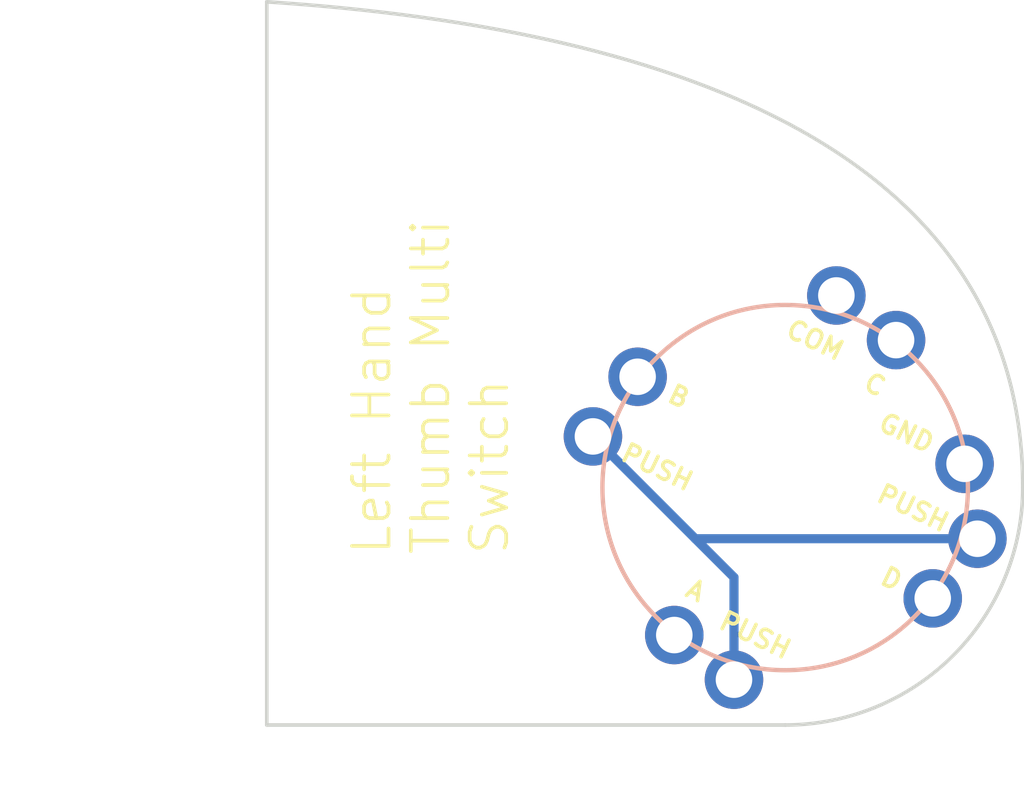
<source format=kicad_pcb>
(kicad_pcb (version 20221018) (generator pcbnew)
  (layers (0 "F.Cu" signal) (31 "B.Cu" signal) (34 "B.Paste" user) (35 "F.Paste" user) (36 "B.SilkS" user "B.Silkscreen") (37 "F.SilkS" user "F.Silkscreen") (38 "B.Mask" user) (39 "F.Mask" user) (44 "Edge.Cuts" user))
  (net 0 "")
  (net 2 "unconnected-(U1-Pad2)")
  (footprint "MountingHole:MountingHole_2.2mm_M2" (layer "F.Cu") (at 64 43)
    (fp_text reference "M1" hide)
    (fp_text value "MountingHole_2.2mm_M2")
    (pad "" np_thru_hole circle (at 0 0) (size 2.2 2.2) (drill 2.2) (layers "*.Cu" "*.Mask"))
  )
  (footprint "MountingHole:MountingHole_2.2mm_M2" (layer "F.Cu") (at 64 28.5)
    (fp_text reference "M2" hide)
    (fp_text value "MountingHole_2.2mm_M2")
    (pad "" np_thru_hole circle (at 0 0) (size 2.2 2.2) (drill 2.2) (layers "*.Cu" "*.Mask"))
  )
  (footprint "Alps:RKJXM1015004" (layer "B.Cu") (at 76 38.5 154.5)
    (fp_text reference "U1" hide)
    (fp_text value "RKJXM1015004")
    (fp_text user "COM" (at 1 4 334.5 unlocked) (layer "F.SilkS") (effects (font (size 0.5 0.5) (thickness 0.1))))
    (fp_text user "D" (at -3.699999 -1 334.5 unlocked) (layer "F.SilkS") (effects (font (size 0.5 0.5) (thickness 0.1))))
    (fp_text user "PUSH" (at -1 -4 334.5 unlocked) (layer "F.SilkS") (effects (font (size 0.5 0.5) (thickness 0.1))))
    (fp_text user "C" (at -1 3.6 334.5 unlocked) (layer "F.SilkS") (effects (font (size 0.5 0.5) (thickness 0.1))))
    (fp_text user "PUSH" (at 3.4 -1 334.5 unlocked) (layer "F.SilkS") (effects (font (size 0.5 0.5) (thickness 0.1))))
    (fp_text user "A" (at 1 -3.6 334.5 unlocked) (layer "F.SilkS") (effects (font (size 0.5 0.5) (thickness 0.1))))
    (fp_text user "PUSH" (at -3.4 1 334.5 unlocked) (layer "F.SilkS") (effects (font (size 0.5 0.5) (thickness 0.1))))
    (fp_text user "GND" (at -2.35 2.78 334.5 unlocked) (layer "F.SilkS") (effects (font (size 0.5 0.5) (thickness 0.1))))
    (fp_text user "B" (at 3.699999 1 334.5 unlocked) (layer "F.SilkS") (effects (font (size 0.5 0.5) (thickness 0.1))))
    (fp_circle (center 0 0) (end 0 5) (stroke (width 0.12)) (fill none) (layer "B.SilkS"))
    (pad "" np_thru_hole circle (at 1 3 154.5) (size 1.1 1.1) (drill 1.1) (layers "F&B.Cu" "*.Mask"))
    (pad "1" thru_hole circle (at -4.15 2.7 154.5) (size 1.6 1.6) (drill 1) (layers "*.Cu" "*.Mask"))
    (pad "2" thru_hole circle (at -5.35 1 154.5) (size 1.6 1.6) (drill 1) (layers "*.Cu" "*.Mask") (net 2 "unconnected-(U1-Pad2)"))
    (pad "2" thru_hole circle (at -1 -5.35 154.5) (size 1.6 1.6) (drill 1) (layers "*.Cu" "*.Mask") (net 2 "unconnected-(U1-Pad2)"))
    (pad "2" thru_hole circle (at 5.35 -1 154.5) (size 1.6 1.6) (drill 1) (layers "*.Cu" "*.Mask") (net 2 "unconnected-(U1-Pad2)"))
    (pad "3" thru_hole circle (at 1 5.35 154.5) (size 1.6 1.6) (drill 1) (layers "*.Cu" "*.Mask"))
    (pad "4" thru_hole circle (at 1 -4.95 154.5) (size 1.6 1.6) (drill 1) (layers "*.Cu" "*.Mask"))
    (pad "5" thru_hole circle (at 4.95 1 154.5) (size 1.6 1.6) (drill 1) (layers "*.Cu" "*.Mask"))
    (pad "6" thru_hole circle (at -1 4.95 154.5) (size 1.6 1.6) (drill 1) (layers "*.Cu" "*.Mask"))
    (pad "7" thru_hole circle (at -4.95 -1 154.5) (size 1.6 1.6) (drill 1) (layers "*.Cu" "*.Mask"))
  )
  (gr_line (start 76.000008 45.000009) (end 61.816856 45.000009) (stroke (width 0.1)) (layer "Edge.Cuts"))
  (gr_arc (start 82.500009 38.500009) (mid 80.5962 43.096201) (end 76.000008 45.000009) (stroke (width 0.1)) (layer "Edge.Cuts"))
  (gr_line (start 61.816856 25.201611) (end 61.816856 45.000009) (stroke (width 0.1)) (layer "Edge.Cuts"))
  (gr_curve (pts (xy 61.816856 25.201611) (xy 73.360588 25.955091) (xy 82.500009 29.500009) (xy 82.500009 38.500009)) (stroke (width 0.1)) (layer "Edge.Cuts"))
  (gr_text "Left Hand\nThumb Multi\nSwitch\n" (at 66.3 40.4 90) (layer "F.SilkS") (effects (font (size 1 1) (thickness 0.1)) (justify left)))
  (segment (start 74.599351 40.958044) (end 73.541956 39.900649) (width 0.25) (layer "B.Cu") (net 2))
  (segment (start 74.599351 43.759342) (end 74.599351 40.958044) (width 0.25) (layer "B.Cu") (net 2))
  (segment (start 73.541956 39.900649) (end 70.740658 37.099351) (width 0.25) (layer "B.Cu") (net 2))
  (segment (start 81.259342 39.900649) (end 73.541956 39.900649) (width 0.25) (layer "B.Cu") (net 2))
)
</source>
